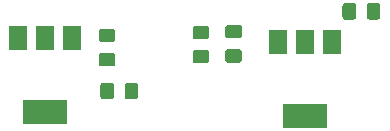
<source format=gbr>
G04 #@! TF.GenerationSoftware,KiCad,Pcbnew,5.1.5-52549c5~84~ubuntu18.04.1*
G04 #@! TF.CreationDate,2020-03-09T20:57:05+05:30*
G04 #@! TF.ProjectId,esdm,6573646d-2e6b-4696-9361-645f70636258,rev?*
G04 #@! TF.SameCoordinates,Original*
G04 #@! TF.FileFunction,Paste,Top*
G04 #@! TF.FilePolarity,Positive*
%FSLAX46Y46*%
G04 Gerber Fmt 4.6, Leading zero omitted, Abs format (unit mm)*
G04 Created by KiCad (PCBNEW 5.1.5-52549c5~84~ubuntu18.04.1) date 2020-03-09 20:57:05*
%MOMM*%
%LPD*%
G04 APERTURE LIST*
%ADD10C,0.100000*%
%ADD11R,3.800000X2.000000*%
%ADD12R,1.500000X2.000000*%
G04 APERTURE END LIST*
D10*
G36*
X142904505Y-67321204D02*
G01*
X142928773Y-67324804D01*
X142952572Y-67330765D01*
X142975671Y-67339030D01*
X142997850Y-67349520D01*
X143018893Y-67362132D01*
X143038599Y-67376747D01*
X143056777Y-67393223D01*
X143073253Y-67411401D01*
X143087868Y-67431107D01*
X143100480Y-67452150D01*
X143110970Y-67474329D01*
X143119235Y-67497428D01*
X143125196Y-67521227D01*
X143128796Y-67545495D01*
X143130000Y-67569999D01*
X143130000Y-68220001D01*
X143128796Y-68244505D01*
X143125196Y-68268773D01*
X143119235Y-68292572D01*
X143110970Y-68315671D01*
X143100480Y-68337850D01*
X143087868Y-68358893D01*
X143073253Y-68378599D01*
X143056777Y-68396777D01*
X143038599Y-68413253D01*
X143018893Y-68427868D01*
X142997850Y-68440480D01*
X142975671Y-68450970D01*
X142952572Y-68459235D01*
X142928773Y-68465196D01*
X142904505Y-68468796D01*
X142880001Y-68470000D01*
X141979999Y-68470000D01*
X141955495Y-68468796D01*
X141931227Y-68465196D01*
X141907428Y-68459235D01*
X141884329Y-68450970D01*
X141862150Y-68440480D01*
X141841107Y-68427868D01*
X141821401Y-68413253D01*
X141803223Y-68396777D01*
X141786747Y-68378599D01*
X141772132Y-68358893D01*
X141759520Y-68337850D01*
X141749030Y-68315671D01*
X141740765Y-68292572D01*
X141734804Y-68268773D01*
X141731204Y-68244505D01*
X141730000Y-68220001D01*
X141730000Y-67569999D01*
X141731204Y-67545495D01*
X141734804Y-67521227D01*
X141740765Y-67497428D01*
X141749030Y-67474329D01*
X141759520Y-67452150D01*
X141772132Y-67431107D01*
X141786747Y-67411401D01*
X141803223Y-67393223D01*
X141821401Y-67376747D01*
X141841107Y-67362132D01*
X141862150Y-67349520D01*
X141884329Y-67339030D01*
X141907428Y-67330765D01*
X141931227Y-67324804D01*
X141955495Y-67321204D01*
X141979999Y-67320000D01*
X142880001Y-67320000D01*
X142904505Y-67321204D01*
G37*
G36*
X142904505Y-69371204D02*
G01*
X142928773Y-69374804D01*
X142952572Y-69380765D01*
X142975671Y-69389030D01*
X142997850Y-69399520D01*
X143018893Y-69412132D01*
X143038599Y-69426747D01*
X143056777Y-69443223D01*
X143073253Y-69461401D01*
X143087868Y-69481107D01*
X143100480Y-69502150D01*
X143110970Y-69524329D01*
X143119235Y-69547428D01*
X143125196Y-69571227D01*
X143128796Y-69595495D01*
X143130000Y-69619999D01*
X143130000Y-70270001D01*
X143128796Y-70294505D01*
X143125196Y-70318773D01*
X143119235Y-70342572D01*
X143110970Y-70365671D01*
X143100480Y-70387850D01*
X143087868Y-70408893D01*
X143073253Y-70428599D01*
X143056777Y-70446777D01*
X143038599Y-70463253D01*
X143018893Y-70477868D01*
X142997850Y-70490480D01*
X142975671Y-70500970D01*
X142952572Y-70509235D01*
X142928773Y-70515196D01*
X142904505Y-70518796D01*
X142880001Y-70520000D01*
X141979999Y-70520000D01*
X141955495Y-70518796D01*
X141931227Y-70515196D01*
X141907428Y-70509235D01*
X141884329Y-70500970D01*
X141862150Y-70490480D01*
X141841107Y-70477868D01*
X141821401Y-70463253D01*
X141803223Y-70446777D01*
X141786747Y-70428599D01*
X141772132Y-70408893D01*
X141759520Y-70387850D01*
X141749030Y-70365671D01*
X141740765Y-70342572D01*
X141734804Y-70318773D01*
X141731204Y-70294505D01*
X141730000Y-70270001D01*
X141730000Y-69619999D01*
X141731204Y-69595495D01*
X141734804Y-69571227D01*
X141740765Y-69547428D01*
X141749030Y-69524329D01*
X141759520Y-69502150D01*
X141772132Y-69481107D01*
X141786747Y-69461401D01*
X141803223Y-69443223D01*
X141821401Y-69426747D01*
X141841107Y-69412132D01*
X141862150Y-69399520D01*
X141884329Y-69389030D01*
X141907428Y-69380765D01*
X141931227Y-69374804D01*
X141955495Y-69371204D01*
X141979999Y-69370000D01*
X142880001Y-69370000D01*
X142904505Y-69371204D01*
G37*
D11*
X159160000Y-74720000D03*
D12*
X159160000Y-68420000D03*
X156860000Y-68420000D03*
X161460000Y-68420000D03*
D10*
G36*
X150844505Y-67071204D02*
G01*
X150868773Y-67074804D01*
X150892572Y-67080765D01*
X150915671Y-67089030D01*
X150937850Y-67099520D01*
X150958893Y-67112132D01*
X150978599Y-67126747D01*
X150996777Y-67143223D01*
X151013253Y-67161401D01*
X151027868Y-67181107D01*
X151040480Y-67202150D01*
X151050970Y-67224329D01*
X151059235Y-67247428D01*
X151065196Y-67271227D01*
X151068796Y-67295495D01*
X151070000Y-67319999D01*
X151070000Y-67970001D01*
X151068796Y-67994505D01*
X151065196Y-68018773D01*
X151059235Y-68042572D01*
X151050970Y-68065671D01*
X151040480Y-68087850D01*
X151027868Y-68108893D01*
X151013253Y-68128599D01*
X150996777Y-68146777D01*
X150978599Y-68163253D01*
X150958893Y-68177868D01*
X150937850Y-68190480D01*
X150915671Y-68200970D01*
X150892572Y-68209235D01*
X150868773Y-68215196D01*
X150844505Y-68218796D01*
X150820001Y-68220000D01*
X149919999Y-68220000D01*
X149895495Y-68218796D01*
X149871227Y-68215196D01*
X149847428Y-68209235D01*
X149824329Y-68200970D01*
X149802150Y-68190480D01*
X149781107Y-68177868D01*
X149761401Y-68163253D01*
X149743223Y-68146777D01*
X149726747Y-68128599D01*
X149712132Y-68108893D01*
X149699520Y-68087850D01*
X149689030Y-68065671D01*
X149680765Y-68042572D01*
X149674804Y-68018773D01*
X149671204Y-67994505D01*
X149670000Y-67970001D01*
X149670000Y-67319999D01*
X149671204Y-67295495D01*
X149674804Y-67271227D01*
X149680765Y-67247428D01*
X149689030Y-67224329D01*
X149699520Y-67202150D01*
X149712132Y-67181107D01*
X149726747Y-67161401D01*
X149743223Y-67143223D01*
X149761401Y-67126747D01*
X149781107Y-67112132D01*
X149802150Y-67099520D01*
X149824329Y-67089030D01*
X149847428Y-67080765D01*
X149871227Y-67074804D01*
X149895495Y-67071204D01*
X149919999Y-67070000D01*
X150820001Y-67070000D01*
X150844505Y-67071204D01*
G37*
G36*
X150844505Y-69121204D02*
G01*
X150868773Y-69124804D01*
X150892572Y-69130765D01*
X150915671Y-69139030D01*
X150937850Y-69149520D01*
X150958893Y-69162132D01*
X150978599Y-69176747D01*
X150996777Y-69193223D01*
X151013253Y-69211401D01*
X151027868Y-69231107D01*
X151040480Y-69252150D01*
X151050970Y-69274329D01*
X151059235Y-69297428D01*
X151065196Y-69321227D01*
X151068796Y-69345495D01*
X151070000Y-69369999D01*
X151070000Y-70020001D01*
X151068796Y-70044505D01*
X151065196Y-70068773D01*
X151059235Y-70092572D01*
X151050970Y-70115671D01*
X151040480Y-70137850D01*
X151027868Y-70158893D01*
X151013253Y-70178599D01*
X150996777Y-70196777D01*
X150978599Y-70213253D01*
X150958893Y-70227868D01*
X150937850Y-70240480D01*
X150915671Y-70250970D01*
X150892572Y-70259235D01*
X150868773Y-70265196D01*
X150844505Y-70268796D01*
X150820001Y-70270000D01*
X149919999Y-70270000D01*
X149895495Y-70268796D01*
X149871227Y-70265196D01*
X149847428Y-70259235D01*
X149824329Y-70250970D01*
X149802150Y-70240480D01*
X149781107Y-70227868D01*
X149761401Y-70213253D01*
X149743223Y-70196777D01*
X149726747Y-70178599D01*
X149712132Y-70158893D01*
X149699520Y-70137850D01*
X149689030Y-70115671D01*
X149680765Y-70092572D01*
X149674804Y-70068773D01*
X149671204Y-70044505D01*
X149670000Y-70020001D01*
X149670000Y-69369999D01*
X149671204Y-69345495D01*
X149674804Y-69321227D01*
X149680765Y-69297428D01*
X149689030Y-69274329D01*
X149699520Y-69252150D01*
X149712132Y-69231107D01*
X149726747Y-69211401D01*
X149743223Y-69193223D01*
X149761401Y-69176747D01*
X149781107Y-69162132D01*
X149802150Y-69149520D01*
X149824329Y-69139030D01*
X149847428Y-69130765D01*
X149871227Y-69124804D01*
X149895495Y-69121204D01*
X149919999Y-69120000D01*
X150820001Y-69120000D01*
X150844505Y-69121204D01*
G37*
G36*
X153614505Y-69051204D02*
G01*
X153638773Y-69054804D01*
X153662572Y-69060765D01*
X153685671Y-69069030D01*
X153707850Y-69079520D01*
X153728893Y-69092132D01*
X153748599Y-69106747D01*
X153766777Y-69123223D01*
X153783253Y-69141401D01*
X153797868Y-69161107D01*
X153810480Y-69182150D01*
X153820970Y-69204329D01*
X153829235Y-69227428D01*
X153835196Y-69251227D01*
X153838796Y-69275495D01*
X153840000Y-69299999D01*
X153840000Y-69950001D01*
X153838796Y-69974505D01*
X153835196Y-69998773D01*
X153829235Y-70022572D01*
X153820970Y-70045671D01*
X153810480Y-70067850D01*
X153797868Y-70088893D01*
X153783253Y-70108599D01*
X153766777Y-70126777D01*
X153748599Y-70143253D01*
X153728893Y-70157868D01*
X153707850Y-70170480D01*
X153685671Y-70180970D01*
X153662572Y-70189235D01*
X153638773Y-70195196D01*
X153614505Y-70198796D01*
X153590001Y-70200000D01*
X152689999Y-70200000D01*
X152665495Y-70198796D01*
X152641227Y-70195196D01*
X152617428Y-70189235D01*
X152594329Y-70180970D01*
X152572150Y-70170480D01*
X152551107Y-70157868D01*
X152531401Y-70143253D01*
X152513223Y-70126777D01*
X152496747Y-70108599D01*
X152482132Y-70088893D01*
X152469520Y-70067850D01*
X152459030Y-70045671D01*
X152450765Y-70022572D01*
X152444804Y-69998773D01*
X152441204Y-69974505D01*
X152440000Y-69950001D01*
X152440000Y-69299999D01*
X152441204Y-69275495D01*
X152444804Y-69251227D01*
X152450765Y-69227428D01*
X152459030Y-69204329D01*
X152469520Y-69182150D01*
X152482132Y-69161107D01*
X152496747Y-69141401D01*
X152513223Y-69123223D01*
X152531401Y-69106747D01*
X152551107Y-69092132D01*
X152572150Y-69079520D01*
X152594329Y-69069030D01*
X152617428Y-69060765D01*
X152641227Y-69054804D01*
X152665495Y-69051204D01*
X152689999Y-69050000D01*
X153590001Y-69050000D01*
X153614505Y-69051204D01*
G37*
G36*
X153614505Y-67001204D02*
G01*
X153638773Y-67004804D01*
X153662572Y-67010765D01*
X153685671Y-67019030D01*
X153707850Y-67029520D01*
X153728893Y-67042132D01*
X153748599Y-67056747D01*
X153766777Y-67073223D01*
X153783253Y-67091401D01*
X153797868Y-67111107D01*
X153810480Y-67132150D01*
X153820970Y-67154329D01*
X153829235Y-67177428D01*
X153835196Y-67201227D01*
X153838796Y-67225495D01*
X153840000Y-67249999D01*
X153840000Y-67900001D01*
X153838796Y-67924505D01*
X153835196Y-67948773D01*
X153829235Y-67972572D01*
X153820970Y-67995671D01*
X153810480Y-68017850D01*
X153797868Y-68038893D01*
X153783253Y-68058599D01*
X153766777Y-68076777D01*
X153748599Y-68093253D01*
X153728893Y-68107868D01*
X153707850Y-68120480D01*
X153685671Y-68130970D01*
X153662572Y-68139235D01*
X153638773Y-68145196D01*
X153614505Y-68148796D01*
X153590001Y-68150000D01*
X152689999Y-68150000D01*
X152665495Y-68148796D01*
X152641227Y-68145196D01*
X152617428Y-68139235D01*
X152594329Y-68130970D01*
X152572150Y-68120480D01*
X152551107Y-68107868D01*
X152531401Y-68093253D01*
X152513223Y-68076777D01*
X152496747Y-68058599D01*
X152482132Y-68038893D01*
X152469520Y-68017850D01*
X152459030Y-67995671D01*
X152450765Y-67972572D01*
X152444804Y-67948773D01*
X152441204Y-67924505D01*
X152440000Y-67900001D01*
X152440000Y-67249999D01*
X152441204Y-67225495D01*
X152444804Y-67201227D01*
X152450765Y-67177428D01*
X152459030Y-67154329D01*
X152469520Y-67132150D01*
X152482132Y-67111107D01*
X152496747Y-67091401D01*
X152513223Y-67073223D01*
X152531401Y-67056747D01*
X152551107Y-67042132D01*
X152572150Y-67029520D01*
X152594329Y-67019030D01*
X152617428Y-67010765D01*
X152641227Y-67004804D01*
X152665495Y-67001204D01*
X152689999Y-67000000D01*
X153590001Y-67000000D01*
X153614505Y-67001204D01*
G37*
G36*
X163284505Y-65161204D02*
G01*
X163308773Y-65164804D01*
X163332572Y-65170765D01*
X163355671Y-65179030D01*
X163377850Y-65189520D01*
X163398893Y-65202132D01*
X163418599Y-65216747D01*
X163436777Y-65233223D01*
X163453253Y-65251401D01*
X163467868Y-65271107D01*
X163480480Y-65292150D01*
X163490970Y-65314329D01*
X163499235Y-65337428D01*
X163505196Y-65361227D01*
X163508796Y-65385495D01*
X163510000Y-65409999D01*
X163510000Y-66310001D01*
X163508796Y-66334505D01*
X163505196Y-66358773D01*
X163499235Y-66382572D01*
X163490970Y-66405671D01*
X163480480Y-66427850D01*
X163467868Y-66448893D01*
X163453253Y-66468599D01*
X163436777Y-66486777D01*
X163418599Y-66503253D01*
X163398893Y-66517868D01*
X163377850Y-66530480D01*
X163355671Y-66540970D01*
X163332572Y-66549235D01*
X163308773Y-66555196D01*
X163284505Y-66558796D01*
X163260001Y-66560000D01*
X162609999Y-66560000D01*
X162585495Y-66558796D01*
X162561227Y-66555196D01*
X162537428Y-66549235D01*
X162514329Y-66540970D01*
X162492150Y-66530480D01*
X162471107Y-66517868D01*
X162451401Y-66503253D01*
X162433223Y-66486777D01*
X162416747Y-66468599D01*
X162402132Y-66448893D01*
X162389520Y-66427850D01*
X162379030Y-66405671D01*
X162370765Y-66382572D01*
X162364804Y-66358773D01*
X162361204Y-66334505D01*
X162360000Y-66310001D01*
X162360000Y-65409999D01*
X162361204Y-65385495D01*
X162364804Y-65361227D01*
X162370765Y-65337428D01*
X162379030Y-65314329D01*
X162389520Y-65292150D01*
X162402132Y-65271107D01*
X162416747Y-65251401D01*
X162433223Y-65233223D01*
X162451401Y-65216747D01*
X162471107Y-65202132D01*
X162492150Y-65189520D01*
X162514329Y-65179030D01*
X162537428Y-65170765D01*
X162561227Y-65164804D01*
X162585495Y-65161204D01*
X162609999Y-65160000D01*
X163260001Y-65160000D01*
X163284505Y-65161204D01*
G37*
G36*
X165334505Y-65161204D02*
G01*
X165358773Y-65164804D01*
X165382572Y-65170765D01*
X165405671Y-65179030D01*
X165427850Y-65189520D01*
X165448893Y-65202132D01*
X165468599Y-65216747D01*
X165486777Y-65233223D01*
X165503253Y-65251401D01*
X165517868Y-65271107D01*
X165530480Y-65292150D01*
X165540970Y-65314329D01*
X165549235Y-65337428D01*
X165555196Y-65361227D01*
X165558796Y-65385495D01*
X165560000Y-65409999D01*
X165560000Y-66310001D01*
X165558796Y-66334505D01*
X165555196Y-66358773D01*
X165549235Y-66382572D01*
X165540970Y-66405671D01*
X165530480Y-66427850D01*
X165517868Y-66448893D01*
X165503253Y-66468599D01*
X165486777Y-66486777D01*
X165468599Y-66503253D01*
X165448893Y-66517868D01*
X165427850Y-66530480D01*
X165405671Y-66540970D01*
X165382572Y-66549235D01*
X165358773Y-66555196D01*
X165334505Y-66558796D01*
X165310001Y-66560000D01*
X164659999Y-66560000D01*
X164635495Y-66558796D01*
X164611227Y-66555196D01*
X164587428Y-66549235D01*
X164564329Y-66540970D01*
X164542150Y-66530480D01*
X164521107Y-66517868D01*
X164501401Y-66503253D01*
X164483223Y-66486777D01*
X164466747Y-66468599D01*
X164452132Y-66448893D01*
X164439520Y-66427850D01*
X164429030Y-66405671D01*
X164420765Y-66382572D01*
X164414804Y-66358773D01*
X164411204Y-66334505D01*
X164410000Y-66310001D01*
X164410000Y-65409999D01*
X164411204Y-65385495D01*
X164414804Y-65361227D01*
X164420765Y-65337428D01*
X164429030Y-65314329D01*
X164439520Y-65292150D01*
X164452132Y-65271107D01*
X164466747Y-65251401D01*
X164483223Y-65233223D01*
X164501401Y-65216747D01*
X164521107Y-65202132D01*
X164542150Y-65189520D01*
X164564329Y-65179030D01*
X164587428Y-65170765D01*
X164611227Y-65164804D01*
X164635495Y-65161204D01*
X164659999Y-65160000D01*
X165310001Y-65160000D01*
X165334505Y-65161204D01*
G37*
G36*
X142784505Y-71901204D02*
G01*
X142808773Y-71904804D01*
X142832572Y-71910765D01*
X142855671Y-71919030D01*
X142877850Y-71929520D01*
X142898893Y-71942132D01*
X142918599Y-71956747D01*
X142936777Y-71973223D01*
X142953253Y-71991401D01*
X142967868Y-72011107D01*
X142980480Y-72032150D01*
X142990970Y-72054329D01*
X142999235Y-72077428D01*
X143005196Y-72101227D01*
X143008796Y-72125495D01*
X143010000Y-72149999D01*
X143010000Y-73050001D01*
X143008796Y-73074505D01*
X143005196Y-73098773D01*
X142999235Y-73122572D01*
X142990970Y-73145671D01*
X142980480Y-73167850D01*
X142967868Y-73188893D01*
X142953253Y-73208599D01*
X142936777Y-73226777D01*
X142918599Y-73243253D01*
X142898893Y-73257868D01*
X142877850Y-73270480D01*
X142855671Y-73280970D01*
X142832572Y-73289235D01*
X142808773Y-73295196D01*
X142784505Y-73298796D01*
X142760001Y-73300000D01*
X142109999Y-73300000D01*
X142085495Y-73298796D01*
X142061227Y-73295196D01*
X142037428Y-73289235D01*
X142014329Y-73280970D01*
X141992150Y-73270480D01*
X141971107Y-73257868D01*
X141951401Y-73243253D01*
X141933223Y-73226777D01*
X141916747Y-73208599D01*
X141902132Y-73188893D01*
X141889520Y-73167850D01*
X141879030Y-73145671D01*
X141870765Y-73122572D01*
X141864804Y-73098773D01*
X141861204Y-73074505D01*
X141860000Y-73050001D01*
X141860000Y-72149999D01*
X141861204Y-72125495D01*
X141864804Y-72101227D01*
X141870765Y-72077428D01*
X141879030Y-72054329D01*
X141889520Y-72032150D01*
X141902132Y-72011107D01*
X141916747Y-71991401D01*
X141933223Y-71973223D01*
X141951401Y-71956747D01*
X141971107Y-71942132D01*
X141992150Y-71929520D01*
X142014329Y-71919030D01*
X142037428Y-71910765D01*
X142061227Y-71904804D01*
X142085495Y-71901204D01*
X142109999Y-71900000D01*
X142760001Y-71900000D01*
X142784505Y-71901204D01*
G37*
G36*
X144834505Y-71901204D02*
G01*
X144858773Y-71904804D01*
X144882572Y-71910765D01*
X144905671Y-71919030D01*
X144927850Y-71929520D01*
X144948893Y-71942132D01*
X144968599Y-71956747D01*
X144986777Y-71973223D01*
X145003253Y-71991401D01*
X145017868Y-72011107D01*
X145030480Y-72032150D01*
X145040970Y-72054329D01*
X145049235Y-72077428D01*
X145055196Y-72101227D01*
X145058796Y-72125495D01*
X145060000Y-72149999D01*
X145060000Y-73050001D01*
X145058796Y-73074505D01*
X145055196Y-73098773D01*
X145049235Y-73122572D01*
X145040970Y-73145671D01*
X145030480Y-73167850D01*
X145017868Y-73188893D01*
X145003253Y-73208599D01*
X144986777Y-73226777D01*
X144968599Y-73243253D01*
X144948893Y-73257868D01*
X144927850Y-73270480D01*
X144905671Y-73280970D01*
X144882572Y-73289235D01*
X144858773Y-73295196D01*
X144834505Y-73298796D01*
X144810001Y-73300000D01*
X144159999Y-73300000D01*
X144135495Y-73298796D01*
X144111227Y-73295196D01*
X144087428Y-73289235D01*
X144064329Y-73280970D01*
X144042150Y-73270480D01*
X144021107Y-73257868D01*
X144001401Y-73243253D01*
X143983223Y-73226777D01*
X143966747Y-73208599D01*
X143952132Y-73188893D01*
X143939520Y-73167850D01*
X143929030Y-73145671D01*
X143920765Y-73122572D01*
X143914804Y-73098773D01*
X143911204Y-73074505D01*
X143910000Y-73050001D01*
X143910000Y-72149999D01*
X143911204Y-72125495D01*
X143914804Y-72101227D01*
X143920765Y-72077428D01*
X143929030Y-72054329D01*
X143939520Y-72032150D01*
X143952132Y-72011107D01*
X143966747Y-71991401D01*
X143983223Y-71973223D01*
X144001401Y-71956747D01*
X144021107Y-71942132D01*
X144042150Y-71929520D01*
X144064329Y-71919030D01*
X144087428Y-71910765D01*
X144111227Y-71904804D01*
X144135495Y-71901204D01*
X144159999Y-71900000D01*
X144810001Y-71900000D01*
X144834505Y-71901204D01*
G37*
D12*
X139500000Y-68110000D03*
X134900000Y-68110000D03*
X137200000Y-68110000D03*
D11*
X137200000Y-74410000D03*
M02*

</source>
